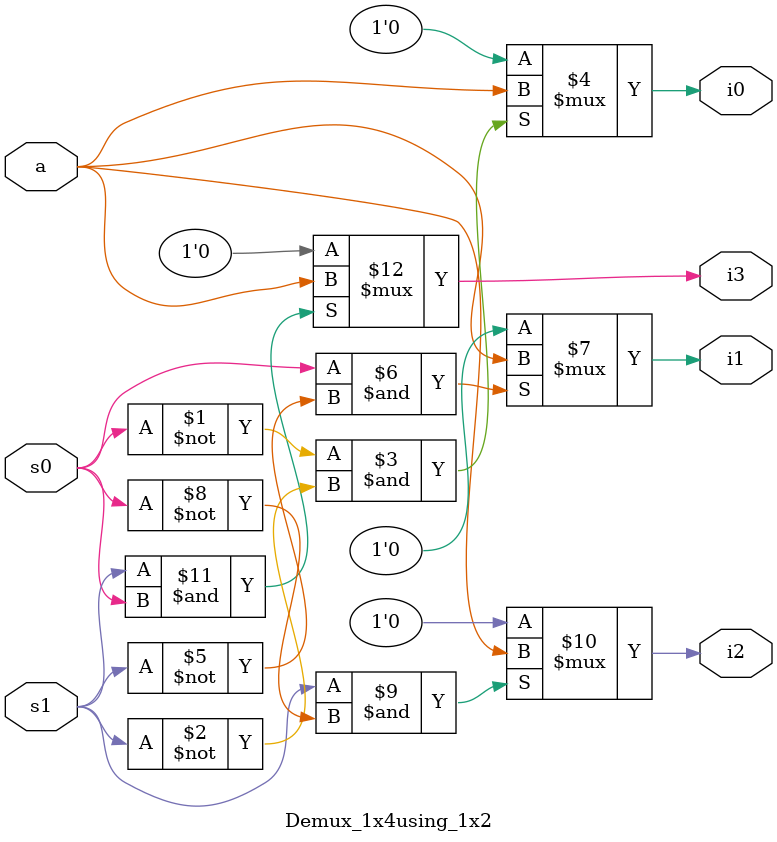
<source format=v>
`timescale 1ns / 1ps
module Demux_1x4using_1x2(input a,s0,s1, output i0,i1,i2,i3);
    assign i0=(~s0&~s1)? a:1'b0;
    assign i1=(s0&~s1)? a:1'b0;
    assign i2=(s1&~s0)? a:1'b0;
    assign i3=(s1&s0)? a:1'b0; 
endmodule

</source>
